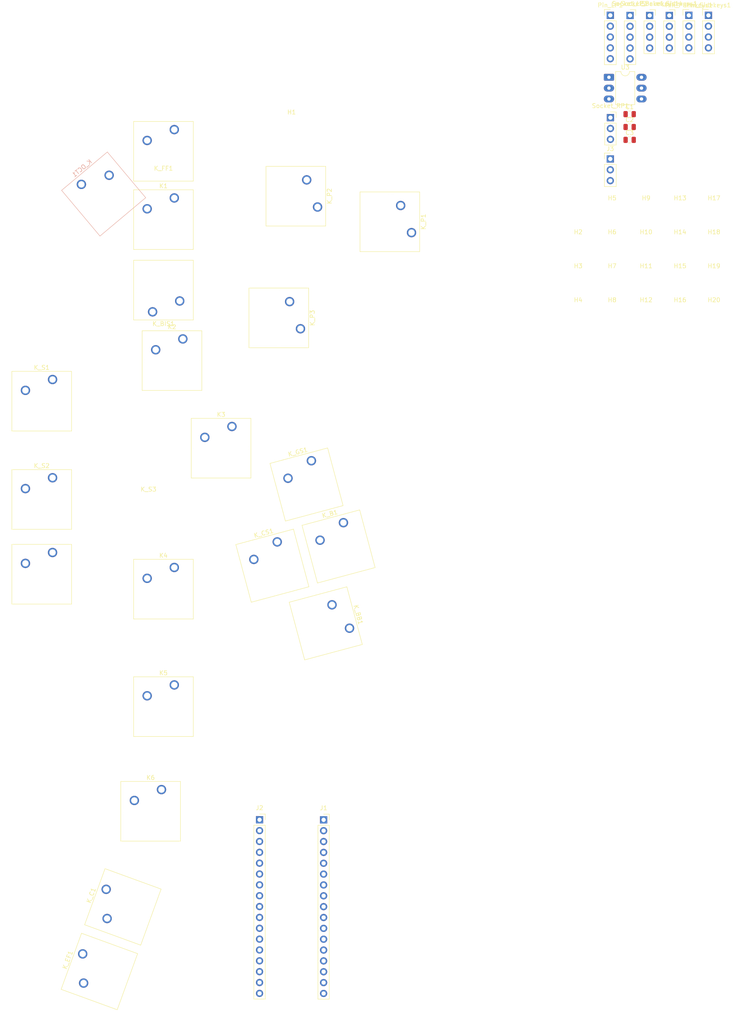
<source format=kicad_pcb>
(kicad_pcb (version 20241229) (generator "pcbnew") (generator_version "9.0")
  (layers (0 "F.Cu" signal) (2 "B.Cu" signal) (13 "F.Paste" user) (15 "B.Paste" user) (5 "F.SilkS" user "F.Silkscreen") (7 "B.SilkS" user "B.Silkscreen") (1 "F.Mask" user) (3 "B.Mask" user) (25 "Edge.Cuts" user))
  (net 0 "")
  (net 1 "A5")
  (net 2 "GND")
  (net 3 "+5V")
  (net 4 "D2")
  (net 5 "D4")
  (net 6 "D5")
  (net 7 "D6")
  (net 8 "D8")
  (net 9 "D1")
  (net 12 "D3")
  (net 14 "D10")
  (net 15 "D0")
  (net 16 "D11")
  (net 17 "D7")
  (net 18 "D12")
  (net 19 "D9")
  (net 23 "A4")
  (net 24 "A0")
  (net 25 "A2")
  (net 26 "SCK")
  (net 27 "A1")
  (net 28 "D13")
  (net 30 "MISO{slash}CIPO")
  (net 32 "A3")
  (net 34 "Net-(J3-Pin_2)")
  (net 35 "Net-(J3-Pin_3)")
  (net 36 "Net-(J3-Pin_1)")
  (net 37 "Net-(Pin_LP1-Pin_1)")
  (net 38 "Net-(Pin_LP1-Pin_3)")
  (net 39 "Net-(Pin_LP1-Pin_5)")
  (net 40 "Net-(Pin_LP1-Pin_4)")
  (net 41 "Net-(Pin_LP1-Pin_2)")
  (net 42 "Net-(Pin_Palmkeys1-Pin_2)")
  (net 43 "Net-(Pin_Palmkeys1-Pin_1)")
  (net 44 "Net-(Pin_Palmkeys1-Pin_3)")
  (net 45 "Net-(Pin_Palmkeys1-Pin_4)")
  (net 46 "Net-(Pin_Sidekeys1-Pin_1)")
  (net 47 "Net-(Pin_Sidekeys1-Pin_2)")
  (net 48 "Net-(Pin_Sidekeys1-Pin_3)")
  (net 49 "Net-(Pin_Sidekeys1-Pin_4)")
  (footprint "MountingHole:MountingHole_3.2mm_M3" (layer "F.Cu") (at 233.1 138.45)
    (property "Reference" "H4" (at 0 -4.15 0) (layer "F.SilkS"))
    (property "Value" "MountingHole")
    (pad "" np_thru_hole circle (at 0 0) (size 3.2 3.2) (drill 3.2) (layers "*.Cu" "*.Mask"))
  )
  (footprint "Capacitor_SMD:C_0805_2012Metric" (layer "F.Cu") (at 245.15 93.81)
    (property "Reference" "C2" (at 0 -1.68 0) (layer "F.SilkS"))
    (property "Value" "0.01uF")
    (fp_line (start -0.261252 -0.735) (end 0.261252 -0.735) (stroke (width 0.12)) (layer "F.SilkS"))
    (fp_line (start -0.261252 0.735) (end 0.261252 0.735) (stroke (width 0.12)) (layer "F.SilkS"))
    (pad "1" smd roundrect (at -0.95 0) (size 1 1.45) (layers "F.Cu" "F.Mask" "F.Paste") (net 3 "+5V"))
    (pad "2" smd roundrect (at 0.95 0) (size 1 1.45) (layers "F.Cu" "F.Mask" "F.Paste") (net 2 "GND"))
  )
  (footprint "MountingHole:MountingHole_3.2mm_M3" (layer "F.Cu") (at 256.95 130.5)
    (property "Reference" "H15" (at 0 -4.15 0) (layer "F.SilkS"))
    (property "Value" "MountingHole")
    (pad "" np_thru_hole circle (at 0 0) (size 3.2 3.2) (drill 3.2) (layers "*.Cu" "*.Mask"))
  )
  (footprint "MountingHole:MountingHole_3.2mm_M3" (layer "F.Cu") (at 249 138.45)
    (property "Reference" "H12" (at 0 -4.15 0) (layer "F.SilkS"))
    (property "Value" "MountingHole")
    (pad "" np_thru_hole circle (at 0 0) (size 3.2 3.2) (drill 3.2) (layers "*.Cu" "*.Mask"))
  )
  (footprint "MountingHole:MountingHole_3.2mm_M3" (layer "F.Cu") (at 256.95 114.6)
    (property "Reference" "H13" (at 0 -4.15 0) (layer "F.SilkS"))
    (property "Value" "MountingHole")
    (pad "" np_thru_hole circle (at 0 0) (size 3.2 3.2) (drill 3.2) (layers "*.Cu" "*.Mask"))
  )
  (footprint "Button_Switch_Keyboard:SW_Cherry_MX_1.00u_PCB" (layer "F.Cu") (at 162.638651 190.935696 15)
    (property "Reference" "K_CS1" (at -2.54 -2.794 15) (layer "F.SilkS"))
    (property "Value" "SW_Push")
    (fp_line (start -9.525 -1.905001) (end 4.445 -1.905) (stroke (width 0.12)) (layer "F.SilkS"))
    (fp_line (start -9.525 12.064999) (end -9.525 -1.905001) (stroke (width 0.12)) (layer "F.SilkS"))
    (fp_line (start 4.445 -1.905) (end 4.445 12.065001) (stroke (width 0.12)) (layer "F.SilkS"))
    (fp_line (start 4.445 12.065001) (end -9.525 12.064999) (stroke (width 0.12)) (layer "F.SilkS"))
    (pad "" np_thru_hole circle (at -7.62 5.08 15) (size 1.7 1.7) (drill 1.7) (layers "*.Cu" "*.Mask"))
    (pad "" np_thru_hole circle (at -2.54 5.08 15) (size 4 4) (drill 4) (layers "*.Cu" "*.Mask"))
    (pad "" np_thru_hole circle (at 2.540001 5.08 15) (size 1.7 1.7) (drill 1.7) (layers "*.Cu" "*.Mask"))
    (pad "1" thru_hole circle (at 0 0 15) (size 2.2 2.2) (drill 1.5) (layers "*.Cu" "*.Mask") (net 40 "Net-(Pin_LP1-Pin_4)"))
    (pad "2" thru_hole circle (at -6.35 2.539999 15) (size 2.2 2.2) (drill 1.5) (layers "*.Cu" "*.Mask") (net 37 "Net-(Pin_LP1-Pin_1)"))
  )
  (footprint "Button_Switch_Keyboard:SW_Cherry_MX_1.00u_PCB" (layer "F.Cu") (at 152.04 163.92)
    (property "Reference" "K3" (at -2.54 -2.794 0) (layer "F.SilkS"))
    (property "Value" "SW_Push")
    (fp_line (start -9.525 -1.905) (end 4.445 -1.905) (stroke (width 0.12)) (layer "F.SilkS"))
    (fp_line (start -9.525 12.065) (end -9.525 -1.905) (stroke (width 0.12)) (layer "F.SilkS"))
    (fp_line (start 4.445 -1.905) (end 4.445 12.065) (stroke (width 0.12)) (layer "F.SilkS"))
    (fp_line (start 4.445 12.065) (end -9.525 12.065) (stroke (width 0.12)) (layer "F.SilkS"))
    (pad "" np_thru_hole circle (at -7.62 5.08) (size 1.7 1.7) (drill 1.7) (layers "*.Cu" "*.Mask"))
    (pad "" np_thru_hole circle (at -2.54 5.08) (size 4 4) (drill 4) (layers "*.Cu" "*.Mask"))
    (pad "" np_thru_hole circle (at 2.54 5.08) (size 1.7 1.7) (drill 1.7) (layers "*.Cu" "*.Mask"))
    (pad "1" thru_hole circle (at 0 0) (size 2.2 2.2) (drill 1.5) (layers "*.Cu" "*.Mask") (net 2 "GND"))
    (pad "2" thru_hole circle (at -6.35 2.54) (size 2.2 2.2) (drill 1.5) (layers "*.Cu" "*.Mask") (net 26 "SCK"))
  )
  (footprint "MountingHole:MountingHole_3.2mm_M3" (layer "F.Cu") (at 233.1 130.5)
    (property "Reference" "H3" (at 0 -4.15 0) (layer "F.SilkS"))
    (property "Value" "MountingHole")
    (pad "" np_thru_hole circle (at 0 0) (size 3.2 3.2) (drill 3.2) (layers "*.Cu" "*.Mask"))
  )
  (footprint "MountingHole:MountingHole_3.2mm_M3" (layer "F.Cu") (at 166 94.5)
    (property "Reference" "H1" (at 0 -4.15 0) (layer "F.SilkS"))
    (property "Value" "MountingHole")
    (pad "" np_thru_hole circle (at 0 0) (size 3.2 3.2) (drill 3.2) (layers "*.Cu" "*.Mask"))
  )
  (footprint "Button_Switch_Keyboard:SW_Cherry_MX_1.00u_PCB" (layer "F.Cu") (at 138.54 110.42)
    (property "Reference" "K1" (at -2.54 -2.794 0) (layer "F.SilkS"))
    (property "Value" "SW_Push")
    (fp_line (start -9.525 -1.905) (end 4.445 -1.905) (stroke (width 0.12)) (layer "F.SilkS"))
    (fp_line (start -9.525 12.065) (end -9.525 -1.905) (stroke (width 0.12)) (layer "F.SilkS"))
    (fp_line (start 4.445 -1.905) (end 4.445 12.065) (stroke (width 0.12)) (layer "F.SilkS"))
    (fp_line (start 4.445 12.065) (end -9.525 12.065) (stroke (width 0.12)) (layer "F.SilkS"))
    (pad "" np_thru_hole circle (at -7.62 5.08) (size 1.7 1.7) (drill 1.7) (layers "*.Cu" "*.Mask"))
    (pad "" np_thru_hole circle (at -2.54 5.08) (size 4 4) (drill 4) (layers "*.Cu" "*.Mask"))
    (pad "" np_thru_hole circle (at 2.54 5.08) (size 1.7 1.7) (drill 1.7) (layers "*.Cu" "*.Mask"))
    (pad "1" thru_hole circle (at 0 0) (size 2.2 2.2) (drill 1.5) (layers "*.Cu" "*.Mask") (net 2 "GND"))
    (pad "2" thru_hole circle (at -6.35 2.54) (size 2.2 2.2) (drill 1.5) (layers "*.Cu" "*.Mask") (net 12 "D3"))
  )
  (footprint "Button_Switch_Keyboard:SW_Cherry_MX_1.00u_PCB" (layer "F.Cu") (at 110.04 152.92)
    (property "Reference" "K_S1" (at -2.54 -2.794 0) (layer "F.SilkS"))
    (property "Value" "SW_Push")
    (fp_line (start -9.525 -1.905) (end 4.445 -1.905) (stroke (width 0.12)) (layer "F.SilkS"))
    (fp_line (start -9.525 12.065) (end -9.525 -1.905) (stroke (width 0.12)) (layer "F.SilkS"))
    (fp_line (start 4.445 -1.905) (end 4.445 12.065) (stroke (width 0.12)) (layer "F.SilkS"))
    (fp_line (start 4.445 12.065) (end -9.525 12.065) (stroke (width 0.12)) (layer "F.SilkS"))
    (pad "" np_thru_hole circle (at -7.62 5.08) (size 1.7 1.7) (drill 1.7) (layers "*.Cu" "*.Mask"))
    (pad "" np_thru_hole circle (at -2.54 5.08) (size 4 4) (drill 4) (layers "*.Cu" "*.Mask"))
    (pad "" np_thru_hole circle (at 2.54 5.08) (size 1.7 1.7) (drill 1.7) (layers "*.Cu" "*.Mask"))
    (pad "1" thru_hole circle (at 0 0) (size 2.2 2.2) (drill 1.5) (layers "*.Cu" "*.Mask") (net 47 "Net-(Pin_Sidekeys1-Pin_2)"))
    (pad "2" thru_hole circle (at -6.35 2.54) (size 2.2 2.2) (drill 1.5) (layers "*.Cu" "*.Mask") (net 46 "Net-(Pin_Sidekeys1-Pin_1)"))
  )
  (footprint "MountingHole:MountingHole_3.2mm_M3" (layer "F.Cu") (at 241.05 138.45)
    (property "Reference" "H8" (at 0 -4.15 0) (layer "F.SilkS"))
    (property "Value" "MountingHole")
    (pad "" np_thru_hole circle (at 0 0) (size 3.2 3.2) (drill 3.2) (layers "*.Cu" "*.Mask"))
  )
  (footprint "Button_Switch_Keyboard:SW_Cherry_MX_1.00u_PCB" (layer "F.Cu") (at 122.595093 272.260296 70)
    (property "Reference" "K_C1" (at -2.540001 -2.793999 70) (layer "F.SilkS"))
    (property "Value" "SW_Push")
    (fp_line (start -9.524999 -1.905001) (end 4.445 -1.905001) (stroke (width 0.12)) (layer "F.SilkS"))
    (fp_line (start 4.445 -1.905001) (end 4.445 12.065) (stroke (width 0.12)) (layer "F.SilkS"))
    (fp_line (start -9.525 12.064999) (end -9.524999 -1.905001) (stroke (width 0.12)) (layer "F.SilkS"))
    (fp_line (start 4.445 12.065) (end -9.525 12.064999) (stroke (width 0.12)) (layer "F.SilkS"))
    (pad "" np_thru_hole circle (at -7.62 5.08 70) (size 1.7 1.7) (drill 1.7) (layers "*.Cu" "*.Mask"))
    (pad "" np_thru_hole circle (at -2.540001 5.08 70) (size 4 4) (drill 4) (layers "*.Cu" "*.Mask"))
    (pad "" np_thru_hole circle (at 2.54 5.079999 70) (size 1.7 1.7) (drill 1.7) (layers "*.Cu" "*.Mask"))
    (pad "1" thru_hole circle (at 0 0 70) (size 2.2 2.2) (drill 1.5) (layers "*.Cu" "*.Mask") (net 35 "Net-(J3-Pin_3)"))
    (pad "2" thru_hole circle (at -6.35 2.54 70) (size 2.2 2.2) (drill 1.5) (layers "*.Cu" "*.Mask") (net 36 "Net-(J3-Pin_1)"))
  )
  (footprint "MountingHole:MountingHole_3.2mm_M3" (layer "F.Cu") (at 264.9 122.55)
    (property "Reference" "H18" (at 0 -4.15 0) (layer "F.SilkS"))
    (property "Value" "MountingHole")
    (pad "" np_thru_hole circle (at 0 0) (size 3.2 3.2) (drill 3.2) (layers "*.Cu" "*.Mask"))
  )
  (footprint "Connector_PinHeader_2.54mm:PinHeader_1x04_P2.54mm_Vertical" (layer "F.Cu") (at 259.01 67.67)
    (property "Reference" "Pin_Palmkeys1" (at 0 -2.38 0) (layer "F.SilkS"))
    (property "Value" "Conn_01x04_Pin")
    (fp_line (start -1.38 -1.38) (end 0 -1.38) (stroke (width 0.12)) (layer "F.SilkS"))
    (fp_line (start -1.38 0) (end -1.38 -1.38) (stroke (width 0.12)) (layer "F.SilkS"))
    (fp_line (start -1.38 1.27) (end -1.38 9) (stroke (width 0.12)) (layer "F.SilkS"))
    (fp_line (start -1.38 1.27) (end 1.38 1.27) (stroke (width 0.12)) (layer "F.SilkS"))
    (fp_line (start -1.38 9) (end 1.38 9) (stroke (width 0.12)) (layer "F.SilkS"))
    (fp_line (start 1.38 1.27) (end 1.38 9) (stroke (width 0.12)) (layer "F.SilkS"))
    (pad "1" thru_hole rect (at 0 0) (size 1.7 1.7) (drill 1) (layers "*.Cu" "*.Mask") (net 43 "Net-(Pin_Palmkeys1-Pin_1)"))
    (pad "2" thru_hole circle (at 0 2.54) (size 1.7 1.7) (drill 1) (layers "*.Cu" "*.Mask") (net 42 "Net-(Pin_Palmkeys1-Pin_2)"))
    (pad "3" thru_hole circle (at 0 5.08) (size 1.7 1.7) (drill 1) (layers "*.Cu" "*.Mask") (net 44 "Net-(Pin_Palmkeys1-Pin_3)"))
    (pad "4" thru_hole circle (at 0 7.62) (size 1.7 1.7) (drill 1) (layers "*.Cu" "*.Mask") (net 45 "Net-(Pin_Palmkeys1-Pin_4)"))
  )
  (footprint "Button_Switch_Keyboard:SW_Cherry_MX_1.00u_PCB" (layer "F.Cu") (at 138.54 196.92)
    (property "Reference" "K4" (at -2.54 -2.794 0) (layer "F.SilkS"))
    (property "Value" "SW_Push")
    (fp_line (start -9.525 -1.905) (end 4.445 -1.905) (stroke (width 0.12)) (layer "F.SilkS"))
    (fp_line (start -9.525 12.065) (end -9.525 -1.905) (stroke (width 0.12)) (layer "F.SilkS"))
    (fp_line (start 4.445 -1.905) (end 4.445 12.065) (stroke (width 0.12)) (layer "F.SilkS"))
    (fp_line (start 4.445 12.065) (end -9.525 12.065) (stroke (width 0.12)) (layer "F.SilkS"))
    (pad "" np_thru_hole circle (at -7.62 5.08) (size 1.7 1.7) (drill 1.7) (layers "*.Cu" "*.Mask"))
    (pad "" np_thru_hole circle (at -2.54 5.08) (size 4 4) (drill 4) (layers "*.Cu" "*.Mask"))
    (pad "" np_thru_hole circle (at 2.54 5.08) (size 1.7 1.7) (drill 1.7) (layers "*.Cu" "*.Mask"))
    (pad "1" thru_hole circle (at 0 0) (size 2.2 2.2) (drill 1.5) (layers "*.Cu" "*.Mask") (net 2 "GND"))
    (pad "2" thru_hole circle (at -6.35 2.54) (size 2.2 2.2) (drill 1.5) (layers "*.Cu" "*.Mask") (net 28 "D13"))
  )
  (footprint "MountingHole:MountingHole_3.2mm_M3" (layer "F.Cu") (at 241.05 114.6)
    (property "Reference" "H5" (at 0 -4.15 0) (layer "F.SilkS"))
    (property "Value" "MountingHole")
    (pad "" np_thru_hole circle (at 0 0) (size 3.2 3.2) (drill 3.2) (layers "*.Cu" "*.Mask"))
  )
  (footprint "Connector_PinSocket_2.54mm:PinSocket_1x03_P2.54mm_Vertical" (layer "F.Cu") (at 240.65 91.62)
    (property "Reference" "Socket_RP1" (at 0 -2.77 0) (layer "F.SilkS"))
    (property "Value" "Conn_01x03_Socket")
    (fp_line (start -1.33 1.27) (end -1.33 6.41) (stroke (width 0.12)) (layer "F.SilkS"))
    (fp_line (start -1.33 1.27) (end 1.33 1.27) (stroke (width 0.12)) (layer "F.SilkS"))
    (fp_line (start -1.33 6.41) (end 1.33 6.41) (stroke (width 0.12)) (layer "F.SilkS"))
    (fp_line (start 0 -1.33) (end 1.33 -1.33) (stroke (width 0.12)) (layer "F.SilkS"))
    (fp_line (start 1.33 -1.33) (end 1.33 0) (stroke (width 0.12)) (layer "F.SilkS"))
    (fp_line (start 1.33 1.27) (end 1.33 6.41) (stroke (width 0.12)) (layer "F.SilkS"))
    (pad "1" thru_hole rect (at 0 0) (size 1.7 1.7) (drill 1) (layers "*.Cu" "*.Mask") (net 2 "GND"))
    (pad "2" thru_hole circle (at 0 2.54) (size 1.7 1.7) (drill 1) (layers "*.Cu" "*.Mask") (net 23 "A4"))
    (pad "3" thru_hole circle (at 0 5.08) (size 1.7 1.7) (drill 1) (layers "*.Cu" "*.Mask") (net 30 "MISO{slash}CIPO"))
  )
  (footprint "Capacitor_SMD:C_0805_2012Metric" (layer "F.Cu") (at 245.15 96.82)
    (property "Reference" "C3" (at 0 -1.68 0) (layer "F.SilkS"))
    (property "Value" "1.0uF")
    (fp_line (start -0.261252 -0.735) (end 0.261252 -0.735) (stroke (width 0.12)) (layer "F.SilkS"))
    (fp_line (start -0.261252 0.735) (end 0.261252 0.735) (stroke (width 0.12)) (layer "F.SilkS"))
    (pad "1" smd roundrect (at -0.95 0) (size 1 1.45) (layers "F.Cu" "F.Mask" "F.Paste") (net 3 "+5V"))
    (pad "2" smd roundrect (at 0.95 0) (size 1 1.45) (layers "F.Cu" "F.Mask" "F.Paste") (net 2 "GND"))
  )
  (footprint "MountingHole:MountingHole_3.2mm_M3" (layer "F.Cu") (at 249 114.6)
    (property "Reference" "H9" (at 0 -4.15 0) (layer "F.SilkS"))
    (property "Value" "MountingHole")
    (pad "" np_thru_hole circle (at 0 0) (size 3.2 3.2) (drill 3.2) (layers "*.Cu" "*.Mask"))
  )
  (footprint "MountingHole:MountingHole_3.2mm_M3" (layer "F.Cu") (at 241.05 122.55)
    (property "Reference" "H6" (at 0 -4.15 0) (layer "F.SilkS"))
    (property "Value" "MountingHole")
    (pad "" np_thru_hole circle (at 0 0) (size 3.2 3.2) (drill 3.2) (layers "*.Cu" "*.Mask"))
  )
  (footprint "MountingHole:MountingHole_3.2mm_M3" (layer "F.Cu") (at 233.1 122.55)
    (property "Reference" "H2" (at 0 -4.15 0) (layer "F.SilkS"))
    (property "Value" "MountingHole")
    (pad "" np_thru_hole circle (at 0 0) (size 3.2 3.2) (drill 3.2) (layers "*.Cu" "*.Mask"))
  )
  (footprint "MountingHole:MountingHole_3.2mm_M3" (layer "F.Cu") (at 249 130.5)
    (property "Reference" "H11" (at 0 -4.15 0) (layer "F.SilkS"))
    (property "Value" "MountingHole")
    (pad "" np_thru_hole circle (at 0 0) (size 3.2 3.2) (drill 3.2) (layers "*.Cu" "*.Mask"))
  )
  (footprint "Connector_PinSocket_2.54mm:PinSocket_1x05_P2.54mm_Vertical" (layer "F.Cu") (at 245.24 67.7)
    (property "Reference" "Socket_LP1" (at 0 -2.77 0) (layer "F.SilkS"))
    (property "Value" "Conn_01x05_Socket")
    (fp_line (start -1.33 1.27) (end -1.33 11.49) (stroke (width 0.12)) (layer "F.SilkS"))
    (fp_line (start -1.33 1.27) (end 1.33 1.27) (stroke (width 0.12)) (layer "F.SilkS"))
    (fp_line (start -1.33 11.49) (end 1.33 11.49) (stroke (width 0.12)) (layer "F.SilkS"))
    (fp_line (start 0 -1.33) (end 1.33 -1.33) (stroke (width 0.12)) (layer "F.SilkS"))
    (fp_line (start 1.33 -1.33) (end 1.33 0) (stroke (width 0.12)) (layer "F.SilkS"))
    (fp_line (start 1.33 1.27) (end 1.33 11.49) (stroke (width 0.12)) (layer "F.SilkS"))
    (pad "1" thru_hole rect (at 0 0) (size 1.7 1.7) (drill 1) (layers "*.Cu" "*.Mask") (net 2 "GND"))
    (pad "2" thru_hole circle (at 0 2.54) (size 1.7 1.7) (drill 1) (layers "*.Cu" "*.Mask") (net 24 "A0"))
    (pad "3" thru_hole circle (at 0 5.08) (size 1.7 1.7) (drill 1) (layers "*.Cu" "*.Mask") (net 27 "A1"))
    (pad "4" thru_hole circle (at 0 7.62) (size 1.7 1.7) (drill 1) (layers "*.Cu" "*.Mask") (net 25 "A2"))
    (pad "5" thru_hole circle (at 0 10.16) (size 1.7 1.7) (drill 1) (layers "*.Cu" "*.Mask") (net 32 "A3"))
  )
  (footprint "Package_DIP:DIP-6_W7.62mm_LongPads" (layer "F.Cu") (at 240.3 82.17)
    (property "Reference" "U3" (at 3.81 -2.33 0) (layer "F.SilkS"))
    (property "Value" "MPXV5010GP")
    (fp_line (start 1.56 -1.33) (end 1.56 6.41) (stroke (width 0.12)) (layer "F.SilkS"))
    (fp_line (start 1.56 6.41) (end 6.06 6.41) (stroke (width 0.12)) (layer "F.SilkS"))
    (fp_line (start 2.81 -1.33) (end 1.56 -1.33) (stroke (width 0.12)) (layer "F.SilkS"))
    (fp_line (start 6.06 -1.33) (end 4.81 -1.33) (stroke (width 0.12)) (layer "F.SilkS"))
    (fp_line (start 6.06 6.41) (end 6.06 -1.33) (stroke (width 0.12)) (layer "F.SilkS"))
    (fp_arc (start 4.81 -1.33) (mid 3.81 -0.33) (end 2.81 -1.33) (stroke (width 0.12)) (layer "F.SilkS"))
    (pad "1" thru_hole roundrect (at 0 0) (size 2.4 1.6) (drill 0.8) (layers "*.Cu" "*.Mask") (roundrect_rratio 0.15625))
    (pad "2" thru_hole oval (at 0 2.54) (size 2.4 1.6) (drill 0.8) (layers "*.Cu" "*.Mask") (net 3 "+5V"))
    (pad "3" thru_hole oval (at 0 5.08) (size 2.4 1.6) (drill 0.8) (layers "*.Cu" "*.Mask") (net 2 "GND"))
    (pad "4" thru_hole oval (at 7.62 5.08) (size 2.4 1.6) (drill 0.8) (layers "*.Cu" "*.Mask") (net 1 "A5"))
    (pad "5" thru_hole oval (at 7.62 2.54) (size 2.4 1.6) (drill 0.8) (layers "*.Cu" "*.Mask"))
    (pad "6" thru_hole oval (at 7.62 0) (size 2.4 1.6) (drill 0.8) (layers "*.Cu" "*.Mask"))
  )
  (footprint "Connector_PinSocket_2.54mm:PinSocket_1x04_P2.54mm_Vertical" (layer "F.Cu") (at 254.44 67.7)
    (property "Reference" "Socket_Sidekeys1" (at 0 -2.77 0) (layer "F.SilkS"))
    (property "Value" "Conn_01x04_Socket")
    (fp_line (start -1.33 1.27) (end -1.33 8.95) (stroke (width 0.12)) (layer "F.SilkS"))
    (fp_line (start -1.33 1.27) (end 1.33 1.27) (stroke (width 0.12)) (layer "F.SilkS"))
    (fp_line (start -1.33 8.95) (end 1.33 8.95) (stroke (width 0.12)) (layer "F.SilkS"))
    (fp_line (start 0 -1.33) (end 1.33 -1.33) (stroke (width 0.12)) (layer "F.SilkS"))
    (fp_line (start 1.33 -1.33) (end 1.33 0) (stroke (width 0.12)) (layer "F.SilkS"))
    (fp_line (start 1.33 1.27) (end 1.33 8.95) (stroke (width 0.12)) (layer "F.SilkS"))
    (pad "1" thru_hole rect (at 0 0) (size 1.7 1.7) (drill 1) (layers "*.Cu" "*.Mask") (net 2 "GND"))
    (pad "2" thru_hole circle (at 0 2.54) (size 1.7 1.7) (drill 1) (layers "*.Cu" "*.Mask") (net 19 "D9"))
    (pad "3" thru_hole circle (at 0 5.08) (size 1.7 1.7) (drill 1) (layers "*.Cu" "*.Mask") (net 14 "D10"))
    (pad "4" thru_hole circle (at 0 7.62) (size 1.7 1.7) (drill 1) (layers "*.Cu" "*.Mask") (net 16 "D11"))
  )
  (footprint "Connector_PinHeader_2.54mm:PinHeader_1x05_P2.54mm_Vertical" (layer "F.Cu") (at 240.62 67.67)
    (property "Reference" "Pin_LP1" (at 0 -2.38 0) (layer "F.SilkS"))
    (property "Value" "Conn_01x05_Pin")
    (fp_line (start -1.38 -1.38) (end 0 -1.38) (stroke (width 0.12)) (layer "F.SilkS"))
    (fp_line (start -1.38 0) (end -1.38 -1.38) (stroke (width 0.12)) (layer "F.SilkS"))
    (fp_line (start -1.38 1.27) (end -1.38 11.54) (stroke (width 0.12)) (layer "F.SilkS"))
    (fp_line (start -1.38 1.27) (end 1.38 1.27) (stroke (width 0.12)) (layer "F.SilkS"))
    (fp_line (start -1.38 11.54) (end 1.38 11.54) (stroke (width 0.12)) (layer "F.SilkS"))
    (fp_line (start 1.38 1.27) (end 1.38 11.54) (stroke (width 0.12)) (layer "F.SilkS"))
    (pad "1" thru_hole rect (at 0 0) (size 1.7 1.7) (drill 1) (layers "*.Cu" "*.Mask") (net 37 "Net-(Pin_LP1-Pin_1)"))
    (pad "2" thru_hole circle (at 0 2.54) (size 1.7 1.7) (drill 1) (layers "*.Cu" "*.Mask") (net 41 "Net-(Pin_LP1-Pin_2)"))
    (pad "3" thru_hole circle (at 0 5.08) (size 1.7 1.7) (drill 1) (layers "*.Cu" "*.Mask") (net 38 "Net-(Pin_LP1-Pin_3)"))
    (pad "4" thru_hole circle (at 0 7.62) (size 1.7 1.7) (drill 1) (layers "*.Cu" "*.Mask") (net 40 "Net-(Pin_LP1-Pin_4)"))
    (pad "5" thru_hole circle (at 0 10.16) (size 1.7 1.7) (drill 1) (layers "*.Cu" "*.Mask") (net 39 "Net-(Pin_LP1-Pin_5)"))
  )
  (footprint "Connector_PinSocket_2.54mm:PinSocket_1x17_P2.54mm_Vertical" (layer "F.Cu") (at 158.5 255.98)
    (property "Reference" "J2" (at 0 -2.77 0) (layer "F.SilkS"))
    (property "Value" "Conn_01x17_Socket")
    (fp_line (start -1.33 1.27) (end -1.33 41.97) (stroke (width 0.12)) (layer "F.SilkS"))
    (fp_line (start -1.33 1.27) (end 1.33 1.27) (stroke (width 0.12)) (layer "F.SilkS"))
    (fp_line (start -1.33 41.97) (end 1.33 41.97) (stroke (width 0.12)) (layer "F.SilkS"))
    (fp_line (start 0 -1.33) (end 1.33 -1.33) (stroke (width 0.12)) (layer "F.SilkS"))
    (fp_line (start 1.33 -1.33) (end 1.33 0) (stroke (width 0.12)) (layer "F.SilkS"))
    (fp_line (start 1.33 1.27) (end 1.33 41.97) (stroke (width 0.12)) (layer "F.SilkS"))
    (pad "1" thru_hole rect (at 0 0) (size 1.7 1.7) (drill 1) (layers "*.Cu" "*.Mask") (net 26 "SCK"))
    (pad "2" thru_hole circle (at 0 2.54) (size 1.7 1.7) (drill 1) (layers "*.Cu" "*.Mask") (net 30 "MISO{slash}CIPO"))
    (pad "3" thru_hole circle (at 0 5.08) (size 1.7 1.7) (drill 1) (layers "*.Cu" "*.Mask"))
    (pad "4" thru_hole circle (at 0 7.62) (size 1.7 1.7) (drill 1) (layers "*.Cu" "*.Mask") (net 2 "GND"))
    (pad "5" thru_hole circle (at 0 10.16) (size 1.7 1.7) (drill 1) (layers "*.Cu" "*.Mask"))
    (pad "6" thru_hole circle (at 0 12.7) (size 1.7 1.7) (drill 1) (layers "*.Cu" "*.Mask") (net 3 "+5V"))
    (pad "7" thru_hole circle (at 0 15.24) (size 1.7 1.7) (drill 1) (layers "*.Cu" "*.Mask"))
    (pad "8" thru_hole circle (at 0 17.78) (size 1.7 1.7) (drill 1) (layers "*.Cu" "*.Mask"))
    (pad "9" thru_hole circle (at 0 20.32) (size 1.7 1.7) (drill 1) (layers "*.Cu" "*.Mask") (net 1 "A5"))
    (pad "10" thru_hole circle (at 0 22.86) (size 1.7 1.7) (drill 1) (layers "*.Cu" "*.Mask") (net 23 "A4"))
    (pad "11" thru_hole circle (at 0 25.4) (size 1.7 1.7) (drill 1) (layers "*.Cu" "*.Mask") (net 32 "A3"))
    (pad "12" thru_hole circle (at 0 27.94) (size 1.7 1.7) (drill 1) (layers "*.Cu" "*.Mask") (net 25 "A2"))
    (pad "13" thru_hole circle (at 0 30.48) (size 1.7 1.7) (drill 1) (layers "*.Cu" "*.Mask") (net 27 "A1"))
    (pad "14" thru_hole circle (at 0 33.02) (size 1.7 1.7) (drill 1) (layers "*.Cu" "*.Mask") (net 24 "A0"))
    (pad "15" thru_hole circle (at 0 35.56) (size 1.7 1.7) (drill 1) (layers "*.Cu" "*.Mask"))
    (pad "16" thru_hole circle (at 0 38.1) (size 1.7 1.7) (drill 1) (layers "*.Cu" "*.Mask"))
    (pad "17" thru_hole circle (at 0 40.64) (size 1.7 1.7) (drill 1) (layers "*.Cu" "*.Mask") (net 28 "D13"))
  )
  (footprint "Button_Switch_Keyboard:SW_Cherry_MX_1.00u_PCB" (layer "F.Cu") (at 138.54 94.42)
    (property "Reference" "K_FF1" (at -2.54 9.08 0) (layer "F.SilkS"))
    (property "Value" "SW_Push")
    (fp_line (start -9.525 -1.905) (end 4.445 -1.905) (stroke (width 0.12)) (layer "F.SilkS"))
    (fp_line (start -9.525 12.065) (end -9.525 -1.905) (stroke (width 0.12)) (layer "F.SilkS"))
    (fp_line (start 4.445 -1.905) (end 4.445 12.065) (stroke (width 0.12)) (layer "F.SilkS"))
    (fp_line (start 4.445 12.065) (end -9.525 12.065) (stroke (width 0.12)) (layer "F.SilkS"))
    (pad "" np_thru_hole circle (at -7.62 5.08) (size 1.7 1.7) (drill 1.7) (layers "*.Cu" "*.Mask"))
    (pad "" np_thru_hole circle (at -2.54 5.08) (size 4 4) (drill 4) (layers "*.Cu" "*.Mask"))
    (pad "" np_thru_hole circle (at 2.54 5.08) (size 1.7 1.7) (drill 1.7) (layers "*.Cu" "*.Mask"))
    (pad "1" thru_hole circle (at 0 0) (size 2.2 2.2) (drill 1.5) (layers "*.Cu" "*.Mask") (net 2 "GND"))
    (pad "2" thru_hole circle (at -6.35 2.54) (size 2.2 2.2) (drill 1.5) (layers "*.Cu" "*.Mask") (net 4 "D2"))
  )
  (footprint "Button_Switch_Keyboard:SW_Cherry_MX_1.00u_PCB" (layer "F.Cu") (at 172.08 112.54 -90)
    (property "Reference" "K_P2" (at -2.54 -2.794 90) (layer "F.SilkS"))
    (property "Value" "SW_Push")
    (fp_line (start -9.525 12.065) (end -9.525 -1.905) (stroke (width 0.12)) (layer "F.SilkS"))
    (fp_line (start 4.445 12.065) (end -9.525 12.065) (stroke (width 0.12)) (layer "F.SilkS"))
    (fp_line (start -9.525 -1.905) (end 4.445 -1.905) (stroke (width 0.12)) (layer "F.SilkS"))
    (fp_line (start 4.445 -1.905) (end 4.445 12.065) (stroke (width 0.12)) (layer "F.SilkS"))
    (pad "" np_thru_hole circle (at -7.62 5.08 270) (size 1.7 1.7) (drill 1.7) (layers "*.Cu" "*.Mask"))
    (pad "" np_thru_hole circle (at -2.54 5.08 270) (size 4 4) (drill 4) (layers "*.Cu" "*.Mask"))
    (pad "" np_thru_hole circle (at 2.54 5.08 270) (size 1.7 1.7) (drill 1.7) (layers "*.Cu" "*.Mask"))
    (pad "1" thru_hole circle (at 0 0 270) (size 2.2 2.2) (drill 1.5) (layers "*.Cu" "*.Mask") (net 44 "Net-(Pin_Palmkeys1-Pin_3)"))
    (pad "2" thru_hole circle (at -6.35 2.54 270) (size 2.2 2.2) (drill 1.5) (layers "*.Cu" "*.Mask") (net 43 "Net-(Pin_Palmkeys1-Pin_1)"))
  )
  (footprint "Connector_PinSocket_2.54mm:PinSocket_1x04_P2.54mm_Vertical" (layer "F.Cu") (at 249.84 67.7)
    (property "Reference" "Socket_Palmkeys1" (at 0 -2.77 0) (layer "F.SilkS"))
    (property "Value" "Conn_01x04_Socket")
    (fp_line (start -1.33 1.27) (end -1.33 8.95) (stroke (width 0.12)) (layer "F.SilkS"))
    (fp_line (start -1.33 1.27) (end 1.33 1.27) (stroke (width 0.12)) (layer "F.SilkS"))
    (fp_line (start -1.33 8.95) (end 1.33 8.95) (stroke (width 0.12)) (layer "F.SilkS"))
    (fp_line (start 0 -1.33) (end 1.33 -1.33) (stroke (width 0.12)) (layer "F.SilkS"))
    (fp_line (start 1.33 -1.33) (end 1.33 0) (stroke (width 0.12)) (layer "F.SilkS"))
    (fp_line (start 1.33 1.27) (end 1.33 8.95) (stroke (width 0.12)) (layer "F.SilkS"))
    (pad "1" thru_hole rect (at 0 0) (size 1.7 1.7) (drill 1) (layers "*.Cu" "*.Mask") (net 2 "GND"))
    (pad "2" thru_hole circle (at 0 2.54) (size 1.7 1.7) (drill 1) (layers "*.Cu" "*.Mask") (net 5 "D4"))
    (pad "3" thru_hole circle (at 0 5.08) (size 1.7 1.7) (drill 1) (layers "*.Cu" "*.Mask") (net 6 "D5"))
    (pad "4" thru_hole circle (at 0 7.62) (size 1.7 1.7) (drill 1) (layers "*.Cu" "*.Mask") (net 7 "D6"))
  )
  (footprint "Button_Switch_Keyboard:SW_Cherry_MX_1.00u_PCB" (layer "F.Cu") (at 179.564304 211.13865 -75)
    (property "Reference" "K_BB1" (at -2.539999 -2.793999 105) (layer "F.SilkS"))
    (property "Value" "SW_Push")
    (fp_line (start -9.524998 12.065) (end -9.525001 -1.904999) (stroke (width 0.12)) (layer "F.SilkS"))
    (fp_line (start 4.445 12.065) (end -9.524998 12.065) (stroke (width 0.12)) (layer "F.SilkS"))
    (fp_line (start -9.525001 -1.904999) (end 4.444999 -1.905) (stroke (width 0.12)) (layer "F.SilkS"))
    (fp_line (start 4.444999 -1.905) (end 4.445 12.065) (stroke (width 0.12)) (layer "F.SilkS"))
    (pad "" np_thru_hole circle (at -7.620001 5.079999 285) (size 1.7 1.7) (drill 1.7) (layers "*.Cu" "*.Mask"))
    (pad "" np_thru_hole circle (at -2.539999 5.080001 285) (size 4 4) (drill 4) (layers "*.Cu" "*.Mask"))
    (pad "" np_thru_hole circle (at 2.540001 5.08 285) (size 1.7 1.7) (drill 1.7) (layers "*.Cu" "*.Mask"))
    (pad "1" thru_hole circle (at 0 0 285) (size 2.2 2.2) (drill 1.5) (layers "*.Cu" "*.Mask") (net 39 "Net-(Pin_LP1-Pin_5)"))
    (pad "2" thru_hole circle (at -6.35 2.540002 285) (size 2.2 2.2) (drill 1.5) (layers "*.Cu" "*.Mask") (net 37 "Net-(Pin_LP1-Pin_1)"))
  )
  (footprint "Button_Switch_Keyboard:SW_Cherry_MX_1.00u_PCB" (layer "F.Cu") (at 110.04 193.42)
    (property "Reference" "K_S3" (at 22.46 -14.794 0) (layer "F.SilkS"))
    (property "Value" "SW_Push")
    (fp_line (start -9.525 -1.905) (end 4.445 -1.905) (stroke (width 0.12)) (layer "F.SilkS"))
    (fp_line (start -9.525 12.065) (end -9.525 -1.905) (stroke (width 0.12)) (layer "F.SilkS"))
    (fp_line (start 4.445 -1.905) (end 4.445 12.065) (stroke (width 0.12)) (layer "F.SilkS"))
    (fp_line (start 4.445 12.065) (end -9.525 12.065) (stroke (width 0.12)) (layer "F.SilkS"))
    (pad "" np_thru_hole circle (at -7.62 5.08) (size 1.7 1.7) (drill 1.7) (layers "*.Cu" "*.Mask"))
    (pad "" np_thru_hole circle (at -2.54 5.08) (size 4 4) (drill 4) (layers "*.Cu" "*.Mask"))
    (pad "" np_thru_hole circle (at 2.54 5.08) (size 1.7 1.7) (drill 1.7) (layers "*.Cu" "*.Mask"))
    (pad "1" thru_hole circle (at 0 0) (size 2.2 2.2) (drill 1.5) (layers "*.Cu" "*.Mask") (net 49 "Net-(Pin_Sidekeys1-Pin_4)"))
    (pad "2" thru_hole circle (at -6.35 2.54) (size 2.2 2.2) (drill 1.5) (layers "*.Cu" "*.Mask") (net 46 "Net-(Pin_Sidekeys1-Pin_1)"))
  )
  (footprint "Button_Switch_Keyboard:SW_Cherry_MX_1.00u_PCB" (layer "F.Cu") (at 135.54 248.92)
    (property "Reference" "K6" (at -2.54 -2.794 0) (layer "F.SilkS"))
    (property "Value" "SW_Push")
    (fp_line (start -9.525 -1.905) (end 4.445 -1.905) (stroke (width 0.12)) (layer "F.SilkS"))
    (fp_line (start -9.525 12.065) (end -9.525 -1.905) (stroke (width 0.12)) (layer "F.SilkS"))
    (fp_line (start 4.445 -1.905) (end 4.445 12.065) (stroke (width 0.12)) (layer "F.SilkS"))
    (fp_line (start 4.445 12.065) (end -9.525 12.065) (stroke (width 0.12)) (layer "F.SilkS"))
    (pad "" np_thru_hole circle (at -7.62 5.08) (size 1.7 1.7) (drill 1.7) (layers "*.Cu" "*.Mask"))
    (pad "" np_thru_hole circle (at -2.54 5.08) (size 4 4) (drill 4) (layers "*.Cu" "*.Mask"))
    (pad "" np_thru_hole circle (at 2.54 5.08) (size 1.7 1.7) (drill 1.7) (layers "*.Cu" "*.Mask"))
    (pad "1" thru_hole circle (at 0 0) (size 2.2 2.2) (drill 1.5) (layers "*.Cu" "*.Mask") (net 2 "GND"))
    (pad "2" thru_hole circle (at -6.35 2.54) (size 2.2 2.2) (drill 1.5) (layers "*.Cu" "*.Mask") (net 9 "D1"))
  )
  (footprint "Button_Switch_Keyboard:SW_Cherry_MX_1.00u_PCB" (layer "F.Cu") (at 170.638652 171.935697 15)
    (property "Reference" "K_GS1" (at -2.54 -2.794001 15) (layer "F.SilkS"))
    (property "Value" "SW_Push")
    (fp_line (start -9.525001 -1.905) (end 4.445 -1.905) (stroke (width 0.12)) (layer "F.SilkS"))
    (fp_line (start -9.525 12.064999) (end -9.525001 -1.905) (stroke (width 0.12)) (layer "F.SilkS"))
    (fp_line (start 4.445 -1.905) (end 4.444999 12.065) (stroke (width 0.12)) (layer "F.SilkS"))
    (fp_line (start 4.444999 12.065) (end -9.525 12.064999) (stroke (width 0.12)) (layer "F.SilkS"))
    (pad "" np_thru_hole circle (at -7.62 5.08 15) (size 1.7 1.7) (drill 1.7) (layers "*.Cu" "*.Mask"))
    (pad "" np_thru_hole circle (at -2.54 5.08 15) (size 4 4) (drill 4) (layers "*.Cu" "*.Mask"))
    (pad "" np_thru_hole circle (at 2.540001 5.08 15) (size 1.7 1.7) (drill 1.7) (layers "*.Cu" "*.Mask"))
    (pad "1" thru_hole circle (at 0 0 15) (size 2.2 2.2) (drill 1.5) (layers "*.Cu" "*.Mask") (net 41 "Net-(Pin_LP1-Pin_2)"))
    (pad "2" thru_hole circle (at -6.35 2.539998 15) (size 2.2 2.2) (drill 1.5) (layers "*.Cu" "*.Mask") (net 37 "Net-(Pin_LP1-Pin_1)"))
  )
  (footprint "Button_Switch_Keyboard:SW_Cherry_MX_1.00u_PCB" (layer "F.Cu") (at 194.08 118.54 -90)
    (property "Reference" "K_P1" (at -2.54 -2.794 90) (layer "F.SilkS"))
    (property "Value" "SW_Push")
    (fp_line (start -9.525 12.065) (end -9.525 -1.905) (stroke (width 0.12)) (layer "F.SilkS"))
    (fp_line (start 4.445 12.065) (end -9.525 12.065) (stroke (width 0.12)) (layer "F.SilkS"))
    (fp_line (start -9.525 -1.905) (end 4.445 -1.905) (stroke (width 0.12)) (layer "F.SilkS"))
    (fp_line (start 4.445 -1.905) (end 4.445 12.065) (stroke (width 0.12)) (layer "F.SilkS"))
    (pad "" np_thru_hole circle (at -7.62 5.08 270) (size 1.7 1.7) (drill 1.7) (layers "*.Cu" "*.Mask"))
    (pad "" np_thru_hole circle (at -2.54 5.08 270) (size 4 4) (drill 4) (layers "*.Cu" "*.Mask"))
    (pad "" np_thru_hole circle (at 2.54 5.08 270) (size 1.7 1.7) (drill 1.7) (layers "*.Cu" "*.Mask"))
    (pad "1" thru_hole circle (at 0 0 270) (size 2.2 2.2) (drill 1.5) (layers "*.Cu" "*.Mask") (net 42 "Net-(Pin_Palmkeys1-Pin_2)"))
    (pad "2" thru_hole circle (at -6.35 2.54 270) (size 2.2 2.2) (drill 1.5) (layers "*.Cu" "*.Mask") (net 43 "Net-(Pin_Palmkeys1-Pin_1)"))
  )
  (footprint "MountingHole:MountingHole_3.2mm_M3" (layer "F.Cu") (at 264.9 138.45)
    (property "Reference" "H20" (at 0 -4.15 0) (layer "F.SilkS"))
    (property "Value" "MountingHole")
    (pad "" np_thru_hole circle (at 0 0) (size 3.2 3.2) (drill 3.2) (layers "*.Cu" "*.Mask"))
  )
  (footprint "MountingHole:MountingHole_3.2mm_M3" (layer "F.Cu") (at 256.95 138.45)
    (property "Reference" "H16" (at 0 -4.15 0) (layer "F.SilkS"))
    (property "Value" "MountingHole")
    (pad "" np_thru_hole circle (at 0 0) (size 3.2 3.2) (drill 3.2) (layers "*.Cu" "*.Mask"))
  )
  (footprint "Button_Switch_Keyboard:SW_Cherry_MX_1.00u_PCB" (layer "F.Cu") (at 138.54 224.42)
    (property "Reference" "K5" (at -2.54 -2.794 0) (layer "F.SilkS"))
    (property "Value" "SW_Push")
    (fp_line (start -9.525 -1.905) (end 4.445 -1.905) (stroke (width 0.12)) (layer "F.SilkS"))
    (fp_line (start -9.525 12.065) (end -9.525 -1.905) (stroke (width 0.12)) (layer "F.SilkS"))
    (fp_line (start 4.445 -1.905) (end 4.445 12.065) (stroke (width 0.12)) (layer "F.SilkS"))
    (fp_line (start 4.445 12.065) (end -9.525 12.065) (stroke (width 0.12)) (layer "F.SilkS"))
    (pad "" np_thru_hole circle (at -7.62 5.08) (size 1.7 1.7) (drill 1.7) (layers "*.Cu" "*.Mask"))
    (pad "" np_thru_hole circle (at -2.54 5.08) (size 4 4) (drill 4) (layers "*.Cu" "*.Mask"))
    (pad "" np_thru_hole circle (at 2.54 5.08) (size 1.7 1.7) (drill 1.7) (layers "*.Cu" "*.Mask"))
    (pad "1" thru_hole circle (at 0 0) (size 2.2 2.2) (drill 1.5) (layers "*.Cu" "*.Mask") (net 2 "GND"))
    (pad "2" thru_hole circle (at -6.35 2.54) (size 2.2 2.2) (drill 1.5) (layers "*.Cu" "*.Mask") (net 18 "D12"))
  )
  (footprint "Button_Switch_Keyboard:SW_Cherry_MX_1.00u_PCB" (layer "F.Cu") (at 178.138651 186.435697 15)
    (property "Reference" "K_B1" (at -2.54 -2.794 15) (layer "F.SilkS"))
    (property "Value" "SW_Push")
    (fp_line (start -9.525 -1.905) (end 4.445 -1.905) (stroke (width 0.12)) (layer "F.SilkS"))
    (fp_line (start -9.525 12.064999) (end -9.525 -1.905) (stroke (width 0.12)) (layer "F.SilkS"))
    (fp_line (start 4.445 -1.905) (end 4.445 12.065) (stroke (width 0.12)) (layer "F.SilkS"))
    (fp_line (start 4.445 12.065) (end -9.525 12.064999) (stroke (width 0.12)) (layer "F.SilkS"))
    (pad "" np_thru_hole circle (at -7.62 5.08 15) (size 1.7 1.7) (drill 1.7) (layers "*.Cu" "*.Mask"))
    (pad "" np_thru_hole circle (at -2.54 5.08 15) (size 4 4) (drill 4) (layers "*.Cu" "*.Mask"))
    (pad "" np_thru_hole circle (at 2.54 5.08 15) (size 1.7 1.7) (drill 1.7) (layers "*.Cu" "*.Mask"))
    (pad "1" thru_hole circle (at 0 0 15) (size 2.2 2.2) (drill 1.5) (layers "*.Cu" "*.Mask") (net 38 "Net-(Pin_LP1-Pin_3)"))
    (pad "2" thru_hole circle (at -6.35 2.54 15) (size 2.2 2.2) (drill 1.5) (layers "*.Cu" "*.Mask") (net 37 "Net-(Pin_LP1-Pin_1)"))
  )
  (footprint "MountingHole:MountingHole_3.2mm_M3" (layer "F.Cu") (at 249 122.55)
    (property "Reference" "H10" (at 0 -4.15 0) (layer "F.SilkS"))
    (property "Value" "MountingHole")
    (pad "" np_thru_hole circle (at 0 0) (size 3.2 3.2) (drill 3.2) (layers "*.Cu" "*.Mask"))
  )
  (footprint "MountingHole:MountingHole_3.2mm_M3" (layer "F.Cu") (at 264.9 114.6)
    (property "Reference" "H17" (at 0 -4.15 0) (layer "F.SilkS"))
    (property "Value" "MountingHole")
    (pad "" np_thru_hole circle (at 0 0) (size 3.2 3.2) (drill 3.2) (layers "*.Cu" "*.Mask"))
  )
  (footprint "Connector_PinSocket_2.54mm:PinSocket_1x17_P2.54mm_Vertical" (layer "F.Cu") (at 173.5 256)
    (property "Reference" "J1" (at 0 -2.77 0) (layer "F.SilkS"))
    (property "Value" "Conn_01x17_Socket")
    (fp_line (start -1.33 1.27) (end -1.33 41.97) (stroke (width 0.12)) (layer "F.SilkS"))
    (fp_line (start -1.33 1.27) (end 1.33 1.27) (stroke (width 0.12)) (layer "F.SilkS"))
    (fp_line (start -1.33 41.97) (end 1.33 41.97) (stroke (width 0.12)) (layer "F.SilkS"))
    (fp_line (start 0 -1.33) (end 1.33 -1.33) (stroke (width 0.12)) (layer "F.SilkS"))
    (fp_line (start 1.33 -1.33) (end 1.33 0) (stroke (width 0.12)) (layer "F.SilkS"))
    (fp_line (start 1.33 1.27) (end 1.33 41.97) (stroke (width 0.12)) (layer "F.SilkS"))
    (pad "1" thru_hole rect (at 0 0) (size 1.7 1.7) (drill 1) (layers "*.Cu" "*.Mask"))
    (pad "2" thru_hole circle (at 0 2.54) (size 1.7 1.7) (drill 1) (layers "*.Cu" "*.Mask"))
    (pad "3" thru_hole circle (at 0 5.08) (size 1.7 1.7) (drill 1) (layers "*.Cu" "*.Mask") (net 9 "D1"))
    (pad "4" thru_hole circle (at 0 7.62) (size 1.7 1.7) (drill 1) (layers "*.Cu" "*.Mask") (net 15 "D0"))
    (pad "5" thru_hole circle (at 0 10.16) (size 1.7 1.7) (drill 1) (layers "*.Cu" "*.Mask"))
    (pad "6" thru_hole circle (at 0 12.7) (size 1.7 1.7) (drill 1) (layers "*.Cu" "*.Mask") (net 2 "GND"))
    (pad "7" thru_hole circle (at 0 15.24) (size 1.7 1.7) (drill 1) (layers "*.Cu" "*.Mask") (net 4 "D2"))
    (pad "8" thru_hole circle (at 0 17.78) (size 1.7 1.7) (drill 1) (layers "*.Cu" "*.Mask") (net 12 "D3"))
    (pad "9" thru_hole circle (at 0 20.32) (size 1.7 1.7) (drill 1) (layers "*.Cu" "*.Mask") (net 5 "D4"))
    (pad "10" thru_hole circle (at 0 22.86) (size 1.7 1.7) (drill 1) (layers "*.Cu" "*.Mask") (net 6 "D5"))
    (pad "11" thru_hole circle (at 0 25.4) (size 1.7 1.7) (drill 1) (layers "*.Cu" "*.Mask") (net 7 "D6"))
    (pad "12" thru_hole circle (at 0 27.94) (size 1.7 1.7) (drill 1) (layers "*.Cu" "*.Mask") (net 17 "D7"))
    (pad "13" thru_hole circle (at 0 30.48) (size 1.7 1.7) (drill 1) (layers "*.Cu" "*.Mask") (net 8 "D8"))
    (pad "14" thru_hole circle (at 0 33.02) (size 1.7 1.7) (drill 1) (layers "*.Cu" "*.Mask") (net 19 "D9"))
    (pad "15" thru_hole circle (at 0 35.56) (size 1.7 1.7) (drill 1) (layers "*.Cu" "*.Mask") (net 14 "D10"))
    (pad "16" thru_hole circle (at 0 38.1) (size 1.7 1.7) (drill 1) (layers "*.Cu" "*.Mask") (net 16 "D11"))
    (pad "17" thru_hole circle (at 0 40.64) (size 1.7 1.7) (drill 1) (layers "*.Cu" "*.Mask") (net 18 "D12"))
  )
  (footprint "Button_Switch_Keyboard:SW_Cherry_MX_1.00u_PCB" (layer "F.Cu") (at 140.54 143.42)
    (property "Reference" "K2" (at -2.54 -2.794 0) (layer "F.SilkS"))
    (property "Value" "SW_Push")
    (fp_line (start -9.525 -1.905) (end 4.445 -1.905) (stroke (width 0.12)) (layer "F.SilkS"))
    (fp_line (start -9.525 12.065) (end -9.525 -1.905) (stroke (width 0.12)) (layer "F.SilkS"))
    (fp_line (start 4.445 -1.905) (end 4.445 12.065) (stroke (width 0.12)) (layer "F.SilkS"))
    (fp_line (start 4.445 12.065) (end -9.525 12.065) (stroke (width 0.12)) (layer "F.SilkS"))
    (pad "" np_thru_hole circle (at -7.62 5.08) (size 1.7 1.7) (drill 1.7) (layers "*.Cu" "*.Mask"))
    (pad "" np_thru_hole circle (at -2.54 5.08) (size 4 4) (drill 4) (layers "*.Cu" "*.Mask"))
    (pad "" np_thru_hole circle (at 2.54 5.08) (size 1.7 1.7) (drill 1.7) (layers "*.Cu" "*.Mask"))
    (pad "1" thru_hole circle (at 0 0) (size 2.2 2.2) (drill 1.5) (layers "*.Cu" "*.Mask") (net 2 "GND"))
    (pad "2" thru_hole circle (at -6.35 2.54) (size 2.2 2.2) (drill 1.5) (layers "*.Cu" "*.Mask") (net 8 "D8"))
  )
  (footprint "Connector_PinHeader_2.54mm:PinHeader_1x03_P2.54mm_Vertical" (layer "F.Cu") (at 240.62 101.29)
    (property "Reference" "J3" (at 0 -2.38 0) (layer "F.SilkS"))
    (property "Value" "Conn_01x03_Pin")
    (fp_line (start -1.38 -1.38) (end 0 -1.38) (stroke (width 0.12)) (layer "F.SilkS"))
    (fp_line (start -1.38 0) (end -1.38 -1.38) (stroke (width 0.12)) (layer "F.SilkS"))
    (fp_line (start -1.38 1.27) (end -1.38 6.46) (stroke (width 0.12)) (layer "F.SilkS"))
    (fp_line (start -1.38 1.27) (end 1.38 1.27) (stroke (width 0.12)) (layer "F.SilkS"))
    (fp_line (start -1.38 6.46) (end 1.38 6.46) (stroke (width 0.12)) (layer "F.SilkS"))
    (fp_line (start 1.38 1.27) (end 1.38 6.46) (stroke (width 0.12)) (layer "F.SilkS"))
    (pad "1" thru_hole rect (at 0 0) (size 1.7 1.7) (drill 1) (layers "*.Cu" "*.Mask") (net 36 "Net-(J3-Pin_1)"))
    (pad "2" thru_hole circle (at 0 2.54) (size 1.7 1.7) (drill 1) (layers "*.Cu" "*.Mask") (net 34 "Net-(J3-Pin_2)"))
    (pad "3" thru_hole circle (at 0 5.08) (size 1.7 1.7) (drill 1) (layers "*.Cu" "*.Mask") (net 35 "Net-(J3-Pin_3)"))
  )
  (footprint "MountingHole:MountingHole_3.2mm_M3" (layer "F.Cu") (at 264.9 130.5)
    (property "Reference" "H19" (at 0 -4.15 0) (layer "F.SilkS"))
    (property "Value" "MountingHole")
    (pad "" np_thru_hole circle (at 0 0) (size 3.2 3.2) (drill 3.2) (layers "*.Cu" "*.Mask"))
  )
  (footprint "Button_Switch_Keyboard:SW_Cherry_MX_1.00u_PCB" (layer "F.Cu") (at 110.04 175.92)
    (property "Reference" "K_S2" (at -2.54 -2.794 0) (layer "F.SilkS"))
    (property "Value" "SW_Push")
    (fp_line (start -9.525 -1.905) (end 4.445 -1.905) (stroke (width 0.12)) (layer "F.SilkS"))
    (fp_line (start -9.525 12.065) (end -9.525 -1.905) (stroke (width 0.12)) (layer "F.SilkS"))
    (fp_line (start 4.445 -1.905) (end 4.445 12.065) (stroke (width 0.12)) (layer "F.SilkS"))
    (fp_line (start 4.445 12.065) (end -9.525 12.065) (stroke (width 0.12)) (layer "F.SilkS"))
    (pad "" np_thru_hole circle (at -7.62 5.08) (size 1.7 1.7) (drill 1.7) (layers "*.Cu" "*.Mask"))
    (pad "" np_thru_hole circle (at -2.54 5.08) (size 4 4) (drill 4) (layers "*.Cu" "*.Mask"))
    (pad "" np_thru_hole circle (at 2.54 5.08) (size 1.7 1.7) (drill 1.7) (layers "*.Cu" "*.Mask"))
    (pad "1" thru_hole circle (at 0 0) (size 2.2 2.2) (drill 1.5) (layers "*.Cu" "*.Mask") (net 48 "Net-(Pin_Sidekeys1-Pin_3)"))
    (pad "2" thru_hole circle (at -6.35 2.54) (size 2.2 2.2) (drill 1.5) (layers "*.Cu" "*.Mask") (net 46 "Net-(Pin_Sidekeys1-Pin_1)"))
  )
  (footprint "MountingHole:MountingHole_3.2mm_M3" (layer "F.Cu") (at 241.05 130.5)
    (property "Reference" "H7" (at 0 -4.15 0) (layer "F.SilkS"))
    (property "Value" "MountingHole")
    (pad "" np_thru_hole circle (at 0 0) (size 3.2 3.2) (drill 3.2) (layers "*.Cu" "*.Mask"))
  )
  (footprint "Button_Switch_Keyboard:SW_Cherry_MX_1.00u_PCB" (layer "F.Cu") (at 168.08 141.04 -90)
    (property "Reference" "K_P3" (at -2.54 -2.794 90) (layer "F.SilkS"))
    (property "Value" "SW_Push")
    (fp_line (start -9.525 12.065) (end -9.525 -1.905) (stroke (width 0.12)) (layer "F.SilkS"))
    (fp_line (start 4.445 12.065) (end -9.525 12.065) (stroke (width 0.12)) (layer "F.SilkS"))
    (fp_line (start -9.525 -1.905) (end 4.445 -1.905) (stroke (width 0.12)) (layer "F.SilkS"))
    (fp_line (start 4.445 -1.905) (end 4.445 12.065) (stroke (width 0.12)) (layer "F.SilkS"))
    (pad "" np_thru_hole circle (at -7.62 5.08 270) (size 1.7 1.7) (drill 1.7) (layers "*.Cu" "*.Mask"))
    (pad "" np_thru_hole circle (at -2.54 5.08 270) (size 4 4) (drill 4) (layers "*.Cu" "*.Mask"))
    (pad "" np_thru_hole circle (at 2.54 5.08 270) (size 1.7 1.7) (drill 1.7) (layers "*.Cu" "*.Mask"))
    (pad "1" thru_hole circle (at 0 0 270) (size 2.2 2.2) (drill 1.5) (layers "*.Cu" "*.Mask") (net 45 "Net-(Pin_Palmkeys1-Pin_4)"))
    (pad "2" thru_hole circle (at -6.35 2.54 270) (size 2.2 2.2) (drill 1.5) (layers "*.Cu" "*.Mask") (net 43 "Net-(Pin_Palmkeys1-Pin_1)"))
  )
  (footprint "MountingHole:MountingHole_3.2mm_M3" (layer "F.Cu") (at 256.95 122.55)
    (property "Reference" "H14" (at 0 -4.15 0) (layer "F.SilkS"))
    (property "Value" "MountingHole")
    (pad "" np_thru_hole circle (at 0 0) (size 3.2 3.2) (drill 3.2) (layers "*.Cu" "*.Mask"))
  )
  (footprint "Capacitor_SMD:C_0805_2012Metric" (layer "F.Cu") (at 245.15 90.8)
    (property "Reference" "C1" (at 0 -1.68 0) (layer "F.SilkS"))
    (property "Value" "470pF")
    (fp_line (start -0.261252 -0.735) (end 0.261252 -0.735) (stroke (width 0.12)) (layer "F.SilkS"))
    (fp_line (start -0.261252 0.735) (end 0.261252 0.735) (stroke (width 0.12)) (layer "F.SilkS"))
    (pad "1" smd roundrect (at -0.95 0) (size 1 1.45) (layers "F.Cu" "F.Mask" "F.Paste") (net 1 "A5"))
    (pad "2" smd roundrect (at 0.95 0) (size 1 1.45) (layers "F.Cu" "F.Mask" "F.Paste") (net 2 "GND"))
  )
  (footprint "Connector_PinHeader_2.54mm:PinHeader_1x04_P2.54mm_Vertical" (layer "F.Cu") (at 263.6 67.67)
    (property "Reference" "Pin_Sidekeys1" (at 0 -2.38 0) (layer "F.SilkS"))
    (property "Value" "Conn_01x04_Pin")
    (fp_line (start -1.38 -1.38) (end 0 -1.38) (stroke (width 0.12)) (layer "F.SilkS"))
    (fp_line (start -1.38 0) (end -1.38 -1.38) (stroke (width 0.12)) (layer "F.SilkS"))
    (fp_line (start -1.38 1.27) (end -1.38 9) (stroke (width 0.12)) (layer "F.SilkS"))
    (fp_line (start -1.38 1.27) (end 1.38 1.27) (stroke (width 0.12)) (layer "F.SilkS"))
    (fp_line (start -1.38 9) (end 1.38 9) (stroke (width 0.12)) (layer "F.SilkS"))
    (fp_line (start 1.38 1.27) (end 1.38 9) (stroke (width 0.12)) (layer "F.SilkS"))
    (pad "1" thru_hole rect (at 0 0) (size 1.7 1.7) (drill 1) (layers "*.Cu" "*.Mask") (net 46 "Net-(Pin_Sidekeys1-Pin_1)"))
    (pad "2" thru_hole circle (at 0 2.54) (size 1.7 1.7) (drill 1) (layers "*.Cu" "*.Mask") (net 47 "Net-(Pin_Sidekeys1-Pin_2)"))
    (pad "3" thru_hole circle (at 0 5.08) (size 1.7 1.7) (drill 1) (layers "*.Cu" "*.Mask") (net 48 "Net-(Pin_Sidekeys1-Pin_3)"))
    (pad "4" thru_hole circle (at 0 7.62) (size 1.7 1.7) (drill 1) (layers "*.Cu" "*.Mask") (net 49 "Net-(Pin_Sidekeys1-Pin_4)"))
  )
  (footprint "Button_Switch_Keyboard:SW_Cherry_MX_1.00u_PCB" (layer "F.Cu") (at 133.46 137.08 180)
    (property "Reference" "K_BIS1" (at -2.54 -2.794 0) (layer "F.SilkS"))
    (property "Value" "SW_Push")
    (fp_line (start 4.445 12.065) (end -9.525 12.065) (stroke (width 0.12)) (layer "F.SilkS"))
    (fp_line (start 4.445 -1.905) (end 4.445 12.065) (stroke (width 0.12)) (layer "F.SilkS"))
    (fp_line (start -9.525 12.065) (end -9.525 -1.905) (stroke (width 0.12)) (layer "F.SilkS"))
    (fp_line (start -9.525 -1.905) (end 4.445 -1.905) (stroke (width 0.12)) (layer "F.SilkS"))
    (pad "" np_thru_hole circle (at -7.62 5.08 180) (size 1.7 1.7) (drill 1.7) (layers "*.Cu" "*.Mask"))
    (pad "" np_thru_hole circle (at -2.54 5.08 180) (size 4 4) (drill 4) (layers "*.Cu" "*.Mask"))
    (pad "" np_thru_hole circle (at 2.54 5.08 180) (size 1.7 1.7) (drill 1.7) (layers "*.Cu" "*.Mask"))
    (pad "1" thru_hole circle (at 0 0 180) (size 2.2 2.2) (drill 1.5) (layers "*.Cu" "*.Mask") (net 2 "GND"))
    (pad "2" thru_hole circle (at -6.35 2.54 180) (size 2.2 2.2) (drill 1.5) (layers "*.Cu" "*.Mask") (net 17 "D7"))
  )
  (footprint "Button_Switch_Keyboard:SW_Cherry_MX_1.00u_PCB" (layer "F.Cu") (at 117.095093 287.375719 70)
    (property "Reference" "K_EF1" (at -2.54 -2.794 70) (layer "F.SilkS"))
    (property "Value" "SW_Push")
    (fp_line (start -9.525 -1.905) (end 4.445 -1.905) (stroke (width 0.12)) (layer "F.SilkS"))
    (fp_line (start 4.445 -1.905) (end 4.445 12.065) (stroke (width 0.12)) (layer "F.SilkS"))
    (fp_line (start -9.525 12.065) (end -9.525 -1.905) (stroke (width 0.12)) (layer "F.SilkS"))
    (fp_line (start 4.445 12.065) (end -9.525 12.065) (stroke (width 0.12)) (layer "F.SilkS"))
    (pad "" np_thru_hole circle (at -7.62 5.08 70) (size 1.7 1.7) (drill 1.7) (layers "*.Cu" "*.Mask"))
    (pad "" np_thru_hole circle (at -2.540001 5.08 70) (size 4 4) (drill 4) (layers "*.Cu" "*.Mask"))
    (pad "" np_thru_hole circle (at 2.54 5.08 70) (size 1.7 1.7) (drill 1.7) (layers "*.Cu" "*.Mask"))
    (pad "1" thru_hole circle (at 0 0 70) (size 2.2 2.2) (drill 1.5) (layers "*.Cu" "*.Mask") (net 34 "Net-(J3-Pin_2)"))
    (pad "2" thru_hole circle (at -6.35 2.54 70) (size 2.2 2.2) (drill 1.5) (layers "*.Cu" "*.Mask") (net 36 "Net-(J3-Pin_1)"))
  )
  (footprint "Button_Switch_Keyboard:SW_Cherry_MX_1.00u_PCB" (layer "B.Cu") (at 116.788887 107.241176 -140)
    (property "Reference" "K_OCT1" (at -2.539999 2.794 40) (layer "B.SilkS") (effects (justify mirror)))
    (property "Value" "SW_Push")
    (fp_line (start 4.445 1.905) (end 4.444999 -12.065001) (stroke (width 0.12)) (layer "B.SilkS"))
    (fp_line (start 4.444999 -12.065001) (end -9.525 -12.064999) (stroke (width 0.12)) (layer "B.SilkS"))
    (fp_line (start -9.525 1.905002) (end 4.445 1.905) (stroke (width 0.12)) (layer "B.SilkS"))
    (fp_line (start -9.525 -12.064999) (end -9.525 1.905002) (stroke (width 0.12)) (layer "B.SilkS"))
    (pad "" np_thru_hole circle (at -7.620001 -5.080001 220) (size 1.7 1.7) (drill 1.7) (layers "*.Cu" "*.Mask"))
    (pad "" np_thru_hole circle (at -2.54 -5.08 220) (size 4 4) (drill 4) (layers "*.Cu" "*.Mask"))
    (pad "" np_thru_hole circle (at 2.540001 -5.08 220) (size 1.7 1.7) (drill 1.7) (layers "*.Cu" "*.Mask"))
    (pad "1" thru_hole circle (at 0 0 220) (size 2.2 2.2) (drill 1.5) (layers "*.Cu" "*.Mask") (net 2 "GND"))
    (pad "2" thru_hole circle (at -6.35 -2.54 220) (size 2.2 2.2) (drill 1.5) (layers "*.Cu" "*.Mask") (net 15 "D0"))
  )
)
</source>
